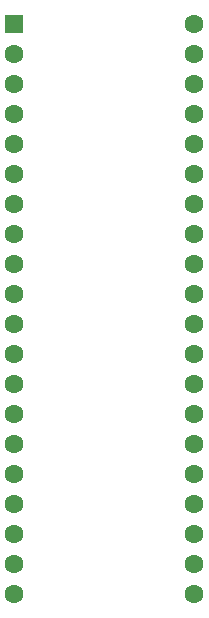
<source format=gbr>
%TF.GenerationSoftware,KiCad,Pcbnew,9.0.4*%
%TF.CreationDate,2026-01-01T00:54:31+01:00*%
%TF.ProjectId,Smart Irrigation System,536d6172-7420-4497-9272-69676174696f,rev?*%
%TF.SameCoordinates,Original*%
%TF.FileFunction,Soldermask,Bot*%
%TF.FilePolarity,Negative*%
%FSLAX46Y46*%
G04 Gerber Fmt 4.6, Leading zero omitted, Abs format (unit mm)*
G04 Created by KiCad (PCBNEW 9.0.4) date 2026-01-01 00:54:31*
%MOMM*%
%LPD*%
G01*
G04 APERTURE LIST*
G04 Aperture macros list*
%AMRoundRect*
0 Rectangle with rounded corners*
0 $1 Rounding radius*
0 $2 $3 $4 $5 $6 $7 $8 $9 X,Y pos of 4 corners*
0 Add a 4 corners polygon primitive as box body*
4,1,4,$2,$3,$4,$5,$6,$7,$8,$9,$2,$3,0*
0 Add four circle primitives for the rounded corners*
1,1,$1+$1,$2,$3*
1,1,$1+$1,$4,$5*
1,1,$1+$1,$6,$7*
1,1,$1+$1,$8,$9*
0 Add four rect primitives between the rounded corners*
20,1,$1+$1,$2,$3,$4,$5,0*
20,1,$1+$1,$4,$5,$6,$7,0*
20,1,$1+$1,$6,$7,$8,$9,0*
20,1,$1+$1,$8,$9,$2,$3,0*%
G04 Aperture macros list end*
%ADD10RoundRect,0.250000X-0.550000X-0.550000X0.550000X-0.550000X0.550000X0.550000X-0.550000X0.550000X0*%
%ADD11C,1.600000*%
G04 APERTURE END LIST*
D10*
%TO.C,U1*%
X87760000Y-57740000D03*
D11*
X87760000Y-60280000D03*
X87760000Y-62820000D03*
X87760000Y-65360000D03*
X87760000Y-67900000D03*
X87760000Y-70440000D03*
X87760000Y-72980000D03*
X87760000Y-75520000D03*
X87760000Y-78060000D03*
X87760000Y-80600000D03*
X87760000Y-83140000D03*
X87760000Y-85680000D03*
X87760000Y-88220000D03*
X87760000Y-90760000D03*
X87760000Y-93300000D03*
X87760000Y-95840000D03*
X87760000Y-98380000D03*
X87760000Y-100920000D03*
X87760000Y-103460000D03*
X87760000Y-106000000D03*
X103000000Y-106000000D03*
X103000000Y-103460000D03*
X103000000Y-100920000D03*
X103000000Y-98380000D03*
X103000000Y-95840000D03*
X103000000Y-93300000D03*
X103000000Y-90760000D03*
X103000000Y-88220000D03*
X103000000Y-85680000D03*
X103000000Y-83140000D03*
X103000000Y-80600000D03*
X103000000Y-78060000D03*
X103000000Y-75520000D03*
X103000000Y-72980000D03*
X103000000Y-70440000D03*
X103000000Y-67900000D03*
X103000000Y-65360000D03*
X103000000Y-62820000D03*
X103000000Y-60280000D03*
X103000000Y-57740000D03*
%TD*%
M02*

</source>
